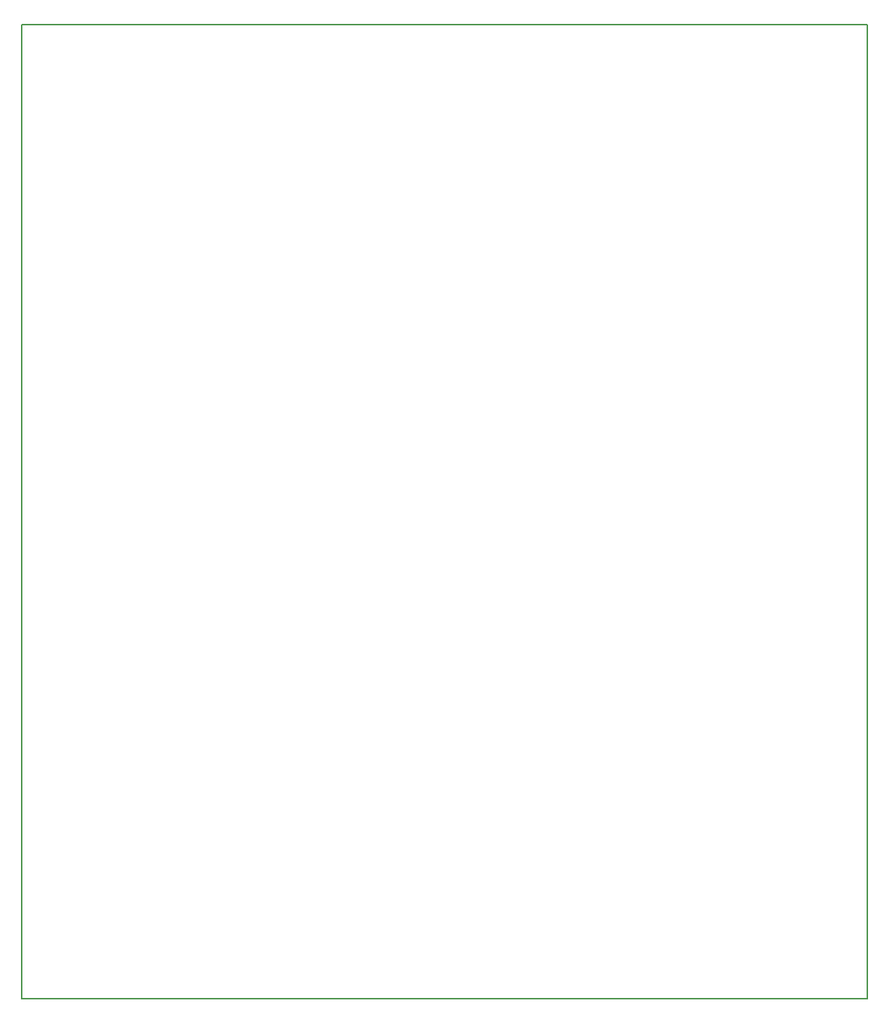
<source format=gbr>
G04 #@! TF.FileFunction,Profile,NP*
%FSLAX46Y46*%
G04 Gerber Fmt 4.6, Leading zero omitted, Abs format (unit mm)*
G04 Created by KiCad (PCBNEW 4.0.7) date 10/28/20 23:25:09*
%MOMM*%
%LPD*%
G01*
G04 APERTURE LIST*
%ADD10C,0.100000*%
%ADD11C,0.150000*%
G04 APERTURE END LIST*
D10*
D11*
X124000000Y-163000000D02*
X25000000Y-163000000D01*
X124000000Y-49000000D02*
X124000000Y-163000000D01*
X25000000Y-49000000D02*
X124000000Y-49000000D01*
X25000000Y-163000000D02*
X25000000Y-49000000D01*
M02*

</source>
